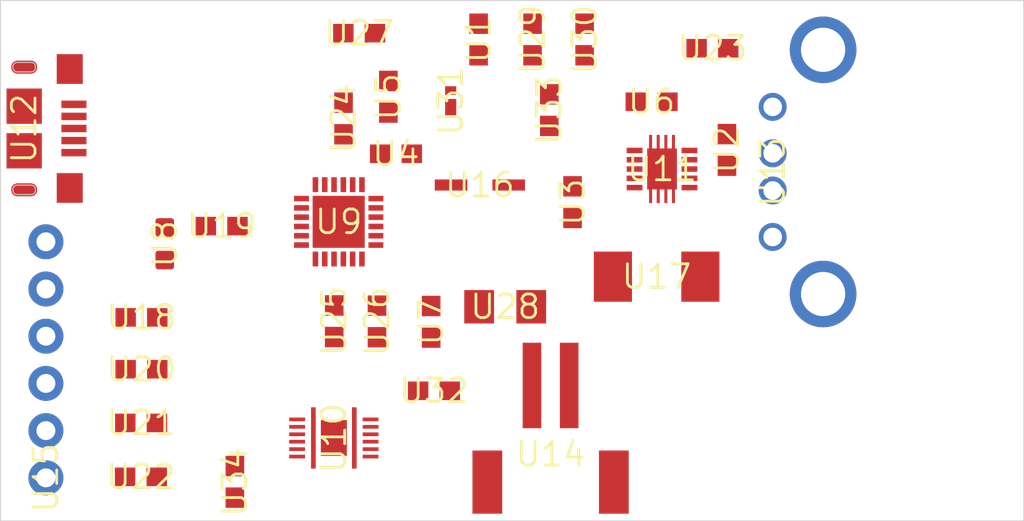
<source format=kicad_pcb>
(kicad_pcb (version 20171130) (host pcbnew "(5.1.4-0-10_14)")

  (general
    (thickness 1.6)
    (drawings 4)
    (tracks 0)
    (zones 0)
    (modules 34)
    (nets 39)
  )

  (page A4)
  (layers
    (0 Top signal)
    (31 Bottom signal)
    (32 B.Adhes user)
    (33 F.Adhes user)
    (34 B.Paste user)
    (35 F.Paste user)
    (36 B.SilkS user)
    (37 F.SilkS user)
    (38 B.Mask user)
    (39 F.Mask user)
    (40 Dwgs.User user)
    (41 Cmts.User user)
    (42 Eco1.User user)
    (43 Eco2.User user)
    (44 Edge.Cuts user)
    (45 Margin user)
    (46 B.CrtYd user)
    (47 F.CrtYd user)
    (48 B.Fab user)
    (49 F.Fab user)
  )

  (setup
    (last_trace_width 0.2)
    (trace_clearance 0.127)
    (zone_clearance 0.508)
    (zone_45_only no)
    (trace_min 0.1524)
    (via_size 0.6)
    (via_drill 0.254)
    (via_min_size 0.4)
    (via_min_drill 0.254)
    (uvia_size 0.3)
    (uvia_drill 0.1)
    (uvias_allowed yes)
    (uvia_min_size 0.2)
    (uvia_min_drill 0.1)
    (edge_width 0.05)
    (segment_width 0.2)
    (pcb_text_width 0.3)
    (pcb_text_size 1.5 1.5)
    (mod_edge_width 0.12)
    (mod_text_size 1 1)
    (mod_text_width 0.15)
    (pad_size 1.524 1.524)
    (pad_drill 0.762)
    (pad_to_mask_clearance 0.051)
    (solder_mask_min_width 0.25)
    (aux_axis_origin 0 0)
    (visible_elements 7FFFFFFF)
    (pcbplotparams
      (layerselection 0x010fc_ffffffff)
      (usegerberextensions false)
      (usegerberattributes false)
      (usegerberadvancedattributes false)
      (creategerberjobfile false)
      (excludeedgelayer true)
      (linewidth 0.100000)
      (plotframeref false)
      (viasonmask false)
      (mode 1)
      (useauxorigin false)
      (hpglpennumber 1)
      (hpglpenspeed 20)
      (hpglpendiameter 15.000000)
      (psnegative false)
      (psa4output false)
      (plotreference true)
      (plotvalue true)
      (plotinvisibletext false)
      (padsonsilk false)
      (subtractmaskfromsilk false)
      (outputformat 1)
      (mirror false)
      (drillshape 1)
      (scaleselection 1)
      (outputdirectory ""))
  )

  (net 0 "")
  (net 1 GND)
  (net 2 3.3V)
  (net 3 5V)
  (net 4 "Net-(IC1-Pad24)")
  (net 5 "Net-(C4-Pad1)")
  (net 6 /REG)
  (net 7 "Net-(C3-Pad2)")
  (net 8 "Net-(C3-Pad1)")
  (net 9 /VBAT_MAIN)
  (net 10 /VBAT_CELL)
  (net 11 "Net-(IC1-Pad12)")
  (net 12 "Net-(IC1-Pad11)")
  (net 13 "Net-(IC1-Pad10)")
  (net 14 "Net-(IC1-Pad9)")
  (net 15 /CHG_INT)
  (net 16 /SDA)
  (net 17 /SCL)
  (net 18 "Net-(IC1-Pad4)")
  (net 19 "Net-(IC1-Pad3)")
  (net 20 "Net-(IC1-Pad2)")
  (net 21 "Net-(IC1-Pad1)")
  (net 22 /FUEL_INT)
  (net 23 "Net-(IC2-Pad11)")
  (net 24 "Net-(IC2-Pad10)")
  (net 25 "Net-(IC2-Pad9)")
  (net 26 "Net-(IC2-Pad6)")
  (net 27 "Net-(C10-Pad1)")
  (net 28 "Net-(IC2-Pad4)")
  (net 29 "Net-(J1-PadID)")
  (net 30 "Net-(J2-Pad3)")
  (net 31 "Net-(J2-Pad2)")
  (net 32 "Net-(J3-PadNC2)")
  (net 33 "Net-(J3-PadNC1)")
  (net 34 "Net-(D2-PadC)")
  (net 35 "Net-(IC3-Pad8)")
  (net 36 "Net-(C7-Pad1)")
  (net 37 "Net-(IC3-Pad5)")
  (net 38 "Net-(IC3-Pad1)")

  (net_class Default "This is the default net class."
    (clearance 0.127)
    (trace_width 0.2)
    (via_dia 0.6)
    (via_drill 0.254)
    (uvia_dia 0.3)
    (uvia_drill 0.1)
    (add_net /CHG_INT)
    (add_net /FUEL_INT)
    (add_net /REG)
    (add_net /SCL)
    (add_net /SDA)
    (add_net 3.3V)
    (add_net GND)
    (add_net "Net-(C10-Pad1)")
    (add_net "Net-(C3-Pad1)")
    (add_net "Net-(C3-Pad2)")
    (add_net "Net-(C4-Pad1)")
    (add_net "Net-(C7-Pad1)")
    (add_net "Net-(D2-PadC)")
    (add_net "Net-(IC1-Pad10)")
    (add_net "Net-(IC1-Pad11)")
    (add_net "Net-(IC1-Pad12)")
    (add_net "Net-(IC1-Pad2)")
    (add_net "Net-(IC1-Pad24)")
    (add_net "Net-(IC1-Pad3)")
    (add_net "Net-(IC1-Pad4)")
    (add_net "Net-(IC1-Pad9)")
    (add_net "Net-(IC2-Pad10)")
    (add_net "Net-(IC2-Pad11)")
    (add_net "Net-(IC2-Pad4)")
    (add_net "Net-(IC2-Pad9)")
    (add_net "Net-(IC3-Pad5)")
    (add_net "Net-(IC3-Pad8)")
    (add_net "Net-(J1-PadID)")
    (add_net "Net-(J2-Pad2)")
    (add_net "Net-(J2-Pad3)")
    (add_net "Net-(J3-PadNC1)")
    (add_net "Net-(J3-PadNC2)")
  )

  (net_class Power ""
    (clearance 0.127)
    (trace_width 0.3048)
    (via_dia 0.6)
    (via_drill 0.254)
    (uvia_dia 0.3)
    (uvia_drill 0.1)
    (add_net /VBAT_CELL)
    (add_net /VBAT_MAIN)
    (add_net 5V)
    (add_net "Net-(IC1-Pad1)")
    (add_net "Net-(IC2-Pad6)")
    (add_net "Net-(IC3-Pad1)")
  )

  (module batteryCharger:JST-2-SMD locked (layer Top) (tedit 5DCE038C) (tstamp 5DC8CB2B)
    (at 150.5712 114.1476 180)
    (descr "<h3>JST-Right Angle Male Header SMT</h3>\n<p>Specifications:\n<ul><li>Pin count: 2</li>\n<li>Pin pitch: 2mm</li>\n</ul></p>\n<p><a href=”http://www.4uconnector.com/online/object/4udrawing/20404.pdf”>Datasheet referenced for footprint</a></p>\n<p>Example device(s):\n<ul><li>CONN_02</li>\n<li>JST_2MM_MALE</li>\n</ul></p>")
    (path /B665FDA9)
    (fp_text reference U14 (at 0 -1.27 180) (layer F.SilkS)
      (effects (font (size 1.27 1.27) (thickness 0.15)))
    )
    (fp_text value "" (at 0 -1.27 180) (layer F.SilkS)
      (effects (font (size 1.27 1.27) (thickness 0.15)))
    )
    (fp_poly (pts (xy -4.5 -4.37) (xy 4.4 -4.37) (xy 4.4 3.33) (xy -4.5 3.33)) (layer F.CrtYd) (width 0.1))
    (pad NC2 smd rect (at 3.4 -2.77 270) (size 3.4 1.6) (layers Top F.Paste F.Mask)
      (net 32 "Net-(J3-PadNC2)") (solder_mask_margin 0.0635))
    (pad NC1 smd rect (at -3.4 -2.77 270) (size 3.4 1.6) (layers Top F.Paste F.Mask)
      (net 33 "Net-(J3-PadNC1)") (solder_mask_margin 0.0635))
    (pad 2 smd rect (at 1 2.43 180) (size 1 4.6) (layers Top F.Paste F.Mask)
      (net 26 "Net-(IC2-Pad6)") (solder_mask_margin 0.0635))
    (pad 1 smd rect (at -1 2.43 180) (size 1 4.6) (layers Top F.Paste F.Mask)
      (net 1 GND) (solder_mask_margin 0.0635))
  )

  (module batteryCharger:UE27AC54100 locked (layer Top) (tedit 5DCE0580) (tstamp 5DC8CB18)
    (at 168.8592 100.2284 90)
    (descr "<b>UE27AC54100</b><br>\n")
    (path /C3E76336)
    (fp_text reference U13 (at 0 -6.35 90) (layer F.SilkS)
      (effects (font (size 1.27 1.27) (thickness 0.15)))
    )
    (fp_text value "" (at 0 -6.35 90) (layer F.SilkS)
      (effects (font (size 1.27 1.27) (thickness 0.15)))
    )
    (fp_poly (pts (xy -6.6 -7.25) (xy 6.6 -7.25) (xy 6.6 6.75) (xy -6.6 6.75)
      (xy -6.6 -7.15)) (layer F.CrtYd) (width 0.1))
    (pad 6 thru_hole circle (at 6.57 -3.64 90) (size 3.58 3.58) (drill 2.38) (layers *.Cu *.Mask)
      (net 1 GND) (solder_mask_margin 0.0635))
    (pad 5 thru_hole circle (at -6.57 -3.64 90) (size 3.58 3.58) (drill 2.38) (layers *.Cu *.Mask)
      (net 1 GND) (solder_mask_margin 0.0635))
    (pad 4 thru_hole circle (at 3.5 -6.35 90) (size 1.5 1.5) (drill 1) (layers *.Cu *.Mask)
      (net 1 GND) (solder_mask_margin 0.0635))
    (pad 3 thru_hole circle (at 1 -6.35 90) (size 1.5 1.5) (drill 1) (layers *.Cu *.Mask)
      (net 30 "Net-(J2-Pad3)") (solder_mask_margin 0.0635))
    (pad 2 thru_hole circle (at -1 -6.35 90) (size 1.5 1.5) (drill 1) (layers *.Cu *.Mask)
      (net 31 "Net-(J2-Pad2)") (solder_mask_margin 0.0635))
    (pad 1 thru_hole circle (at -3.5 -6.35 90) (size 1.5 1.5) (drill 1) (layers *.Cu *.Mask)
      (net 3 5V) (solder_mask_margin 0.0635))
  )

  (module batteryCharger:1X06 locked (layer Top) (tedit 5DCDF9C7) (tstamp 5DC8CB3B)
    (at 123.444 110.3376 90)
    (descr "<h3>Plated Through Hole - 6 Pin</h3>\n<p>Specifications:\n<ul><li>Pin count:6</li>\n<li>Pin pitch:0.1\"</li>\n</ul></p>\n<p>Example device(s):\n<ul><li>CONN_06</li>\n</ul></p>")
    (path /FA7CA15B)
    (fp_text reference U15 (at -6.35 0 90) (layer F.SilkS)
      (effects (font (size 1.27 1.27) (thickness 0.15)))
    )
    (fp_text value "" (at -6.35 0 90) (layer F.SilkS)
      (effects (font (size 1.27 1.27) (thickness 0.15)))
    )
    (fp_poly (pts (xy -7.35 -1) (xy 7.4 -1) (xy 7.4 1) (xy -7.35 1)) (layer F.CrtYd) (width 0.1))
    (fp_poly (pts (xy -7.35 -1) (xy 7.4 -1) (xy 7.4 1) (xy -7.35 1)) (layer B.CrtYd) (width 0.1))
    (pad 6 thru_hole circle (at 6.35 0 180) (size 1.8796 1.8796) (drill 1.016) (layers *.Cu *.Mask)
      (net 1 GND) (solder_mask_margin 0.0635))
    (pad 5 thru_hole circle (at 3.81 0 180) (size 1.8796 1.8796) (drill 1.016) (layers *.Cu *.Mask)
      (net 2 3.3V) (solder_mask_margin 0.0635))
    (pad 4 thru_hole circle (at 1.27 0 180) (size 1.8796 1.8796) (drill 1.016) (layers *.Cu *.Mask)
      (net 17 /SCL) (solder_mask_margin 0.0635))
    (pad 3 thru_hole circle (at -1.27 0 180) (size 1.8796 1.8796) (drill 1.016) (layers *.Cu *.Mask)
      (net 16 /SDA) (solder_mask_margin 0.0635))
    (pad 2 thru_hole circle (at -3.81 0 180) (size 1.8796 1.8796) (drill 1.016) (layers *.Cu *.Mask)
      (net 15 /CHG_INT) (solder_mask_margin 0.0635))
    (pad 1 thru_hole circle (at -6.35 0 180) (size 1.8796 1.8796) (drill 1.016) (layers *.Cu *.Mask)
      (net 22 /FUEL_INT) (solder_mask_margin 0.0635))
  )

  (module batteryCharger:10118193-0001LF locked (layer Top) (tedit 5DCDFC4E) (tstamp 5DC8CAF9)
    (at 123.5456 97.8916 270)
    (path /449C7C68)
    (fp_text reference U12 (at 0 1.27 270) (layer F.SilkS)
      (effects (font (size 1.27 1.27) (thickness 0.15)))
    )
    (fp_text value "" (at 0 1.27 270) (layer F.SilkS)
      (effects (font (size 1.27 1.27) (thickness 0.15)))
    )
    (fp_poly (pts (xy -4.25 -2.23) (xy 4.25 -2.23) (xy 4.25 2.27) (xy -4.25 2.27)) (layer F.CrtYd) (width 0.1))
    (fp_poly (pts (xy 2.9 0.87) (xy 2.9 1.72) (xy 2.945776 1.850133) (xy 3.037868 1.952843)
      (xy 3.3 2.02) (xy 3.445409 2.001022) (xy 3.572487 1.927843) (xy 3.7 1.67)
      (xy 3.7 0.82) (xy 3.654224 0.689867) (xy 3.562132 0.587157) (xy 3.3 0.52)
      (xy 3.154591 0.538978) (xy 3.027513 0.612157)) (layer F.Mask) (width 0))
    (fp_poly (pts (xy -3.7 0.82) (xy -3.7 1.67) (xy -3.661888 1.811603) (xy -3.572487 1.927843)
      (xy -3.3 2.02) (xy -3.162255 2.012492) (xy -3.037868 1.952843) (xy -2.945776 1.850133)
      (xy -2.9 1.72) (xy -2.9 0.87) (xy -2.938112 0.728397) (xy -3.027513 0.612157)
      (xy -3.3 0.52) (xy -3.437745 0.527508) (xy -3.562132 0.587157)) (layer F.Mask) (width 0))
    (fp_poly (pts (xy 2.95 0.87) (xy 2.95 1.67) (xy 3.006042 1.829151) (xy 3.134151 1.938958)
      (xy 3.3 1.97) (xy 3.465849 1.938958) (xy 3.593958 1.829151) (xy 3.65 1.67)
      (xy 3.65 0.87) (xy 3.593958 0.710849) (xy 3.465849 0.601042) (xy 3.3 0.57)
      (xy 3.134151 0.601042) (xy 3.006042 0.710849)) (layer F.Paste) (width 0))
    (fp_poly (pts (xy -3.65 0.87) (xy -3.65 1.67) (xy -3.593958 1.829151) (xy -3.465849 1.938958)
      (xy -3.3 1.97) (xy -3.134151 1.938958) (xy -3.006042 1.829151) (xy -2.95 1.67)
      (xy -2.95 0.87) (xy -3.006042 0.710849) (xy -3.134151 0.601042) (xy -3.3 0.57)
      (xy -3.465849 0.601042) (xy -3.593958 0.710849)) (layer F.Paste) (width 0))
    (fp_arc (start 3.275 0.895) (end 3.05 0.87) (angle 90) (layer Edge.Cuts) (width 0.05))
    (fp_line (start 3.05 1.67) (end 3.05 0.87) (layer Edge.Cuts) (width 0.05))
    (fp_arc (start 3.275 1.645) (end 3.3 1.87) (angle 90) (layer Edge.Cuts) (width 0.05))
    (fp_arc (start 3.325 1.645) (end 3.55 1.67) (angle 90) (layer Edge.Cuts) (width 0.05))
    (fp_line (start 3.55 0.87) (end 3.55 1.67) (layer Edge.Cuts) (width 0.05))
    (fp_arc (start 3.325 0.895) (end 3.3 0.67) (angle 90) (layer Edge.Cuts) (width 0.05))
    (fp_poly (pts (xy 2.95 0.87) (xy 2.95 1.67) (xy 3.006042 1.829151) (xy 3.134151 1.938958)
      (xy 3.3 1.97) (xy 3.465849 1.938958) (xy 3.593958 1.829151) (xy 3.65 1.67)
      (xy 3.65 0.87) (xy 3.593958 0.710849) (xy 3.465849 0.601042) (xy 3.3 0.57)
      (xy 3.134151 0.601042) (xy 3.006042 0.710849)) (layer Top) (width 0))
    (fp_arc (start -3.325 0.895) (end -3.55 0.87) (angle 90) (layer Edge.Cuts) (width 0.05))
    (fp_line (start -3.55 1.67) (end -3.55 0.87) (layer Edge.Cuts) (width 0.05))
    (fp_arc (start -3.325 1.645) (end -3.3 1.87) (angle 90) (layer Edge.Cuts) (width 0.05))
    (fp_arc (start -3.275 1.645) (end -3.05 1.67) (angle 90) (layer Edge.Cuts) (width 0.05))
    (fp_line (start -3.05 0.87) (end -3.05 1.67) (layer Edge.Cuts) (width 0.05))
    (fp_arc (start -3.275 0.895) (end -3.3 0.67) (angle 90) (layer Edge.Cuts) (width 0.05))
    (fp_poly (pts (xy -3.65 0.87) (xy -3.65 1.67) (xy -3.593958 1.829151) (xy -3.465849 1.938958)
      (xy -3.3 1.97) (xy -3.134151 1.938958) (xy -3.006042 1.829151) (xy -2.95 1.67)
      (xy -2.95 0.87) (xy -3.006042 0.710849) (xy -3.134151 0.601042) (xy -3.3 0.57)
      (xy -3.465849 0.601042) (xy -3.593958 0.710849)) (layer Top) (width 0))
    (pad SHIELD$4 smd rect (at 1.2 1.27 270) (size 1.9 1.9) (layers Top F.Paste F.Mask)
      (net 1 GND) (solder_mask_margin 0.0635))
    (pad SHIELD$3 smd rect (at -1.2 1.27 270) (size 1.9 1.9) (layers Top F.Paste F.Mask)
      (net 1 GND) (solder_mask_margin 0.0635))
    (pad GND smd rect (at 1.3 -1.405 270) (size 0.4 1.35) (layers Top F.Paste F.Mask)
      (net 1 GND) (solder_mask_margin 0.0635))
    (pad VCC smd rect (at -1.3 -1.405 270) (size 0.4 1.35) (layers Top F.Paste F.Mask)
      (net 21 "Net-(IC1-Pad1)") (solder_mask_margin 0.0635))
    (pad D- smd rect (at -0.65 -1.405 270) (size 0.4 1.35) (layers Top F.Paste F.Mask)
      (net 19 "Net-(IC1-Pad3)") (solder_mask_margin 0.0635))
    (pad ID smd rect (at 0.65 -1.405 270) (size 0.4 1.35) (layers Top F.Paste F.Mask)
      (net 29 "Net-(J1-PadID)") (solder_mask_margin 0.0635))
    (pad D+ smd rect (at 0 -1.405 270) (size 0.4 1.35) (layers Top F.Paste F.Mask)
      (net 20 "Net-(IC1-Pad2)") (solder_mask_margin 0.0635))
    (pad SHIELD$2 smd rect (at 3.2 -1.18 270) (size 1.6 1.4) (layers Top F.Paste F.Mask)
      (net 1 GND) (solder_mask_margin 0.0635))
    (pad SHIELD$1 smd rect (at -3.2 -1.18 270) (size 1.6 1.4) (layers Top F.Paste F.Mask)
      (net 1 GND) (solder_mask_margin 0.0635))
  )

  (module batteryCharger:0603 (layer Top) (tedit 5DCDFB95) (tstamp 5DC8CC28)
    (at 146.7011 93.1036 90)
    (descr "<p><b>Generic 1608 (0603) package</b></p>\n<p>0.2mm courtyard excess rounded to nearest 0.05mm.</p>")
    (path /831A5F64)
    (fp_text reference U1 (at 0 0 90) (layer F.SilkS)
      (effects (font (size 1.27 1.27) (thickness 0.15)))
    )
    (fp_text value "" (at 0 0 90) (layer F.SilkS)
      (effects (font (size 1.27 1.27) (thickness 0.15)))
    )
    (fp_poly (pts (xy -1.6 -0.7) (xy 1.6 -0.7) (xy 1.6 0.7) (xy -1.6 0.7)) (layer F.CrtYd) (width 0.1))
    (pad 2 smd rect (at 0.85 0 90) (size 1.1 1) (layers Top F.Paste F.Mask)
      (net 1 GND) (solder_mask_margin 0.0635))
    (pad 1 smd rect (at -0.85 0 90) (size 1.1 1) (layers Top F.Paste F.Mask)
      (net 5 "Net-(C4-Pad1)") (solder_mask_margin 0.0635))
  )

  (module batteryCharger:0603 (layer Top) (tedit 5DCDFB95) (tstamp 5DC8CA29)
    (at 160.0511 99.0436 90)
    (descr "<p><b>Generic 1608 (0603) package</b></p>\n<p>0.2mm courtyard excess rounded to nearest 0.05mm.</p>")
    (path /2CB5EB77)
    (fp_text reference U2 (at 0 0 90) (layer F.SilkS)
      (effects (font (size 1.27 1.27) (thickness 0.15)))
    )
    (fp_text value "" (at 0 0 90) (layer F.SilkS)
      (effects (font (size 1.27 1.27) (thickness 0.15)))
    )
    (fp_poly (pts (xy -1.6 -0.7) (xy 1.6 -0.7) (xy 1.6 0.7) (xy -1.6 0.7)) (layer F.CrtYd) (width 0.1))
    (pad 2 smd rect (at 0.85 0 90) (size 1.1 1) (layers Top F.Paste F.Mask)
      (net 1 GND) (solder_mask_margin 0.0635))
    (pad 1 smd rect (at -0.85 0 90) (size 1.1 1) (layers Top F.Paste F.Mask)
      (net 3 5V) (solder_mask_margin 0.0635))
  )

  (module batteryCharger:0603 (layer Top) (tedit 5DCDFB95) (tstamp 5DC8CA37)
    (at 151.7511 101.8536 270)
    (descr "<p><b>Generic 1608 (0603) package</b></p>\n<p>0.2mm courtyard excess rounded to nearest 0.05mm.</p>")
    (path /483159C7)
    (fp_text reference U3 (at 0 0 270) (layer F.SilkS)
      (effects (font (size 1.27 1.27) (thickness 0.15)))
    )
    (fp_text value "" (at 0 0 270) (layer F.SilkS)
      (effects (font (size 1.27 1.27) (thickness 0.15)))
    )
    (fp_poly (pts (xy -1.6 -0.7) (xy 1.6 -0.7) (xy 1.6 0.7) (xy -1.6 0.7)) (layer F.CrtYd) (width 0.1))
    (pad 2 smd rect (at 0.85 0 270) (size 1.1 1) (layers Top F.Paste F.Mask)
      (net 1 GND) (solder_mask_margin 0.0635))
    (pad 1 smd rect (at -0.85 0 270) (size 1.1 1) (layers Top F.Paste F.Mask)
      (net 9 /VBAT_MAIN) (solder_mask_margin 0.0635))
  )

  (module batteryCharger:0603 (layer Top) (tedit 5DCDFB95) (tstamp 5DC8CA45)
    (at 142.2611 99.2536 180)
    (descr "<p><b>Generic 1608 (0603) package</b></p>\n<p>0.2mm courtyard excess rounded to nearest 0.05mm.</p>")
    (path /24FC589D)
    (fp_text reference U4 (at 0 0 180) (layer F.SilkS)
      (effects (font (size 1.27 1.27) (thickness 0.15)))
    )
    (fp_text value "" (at 0 0 180) (layer F.SilkS)
      (effects (font (size 1.27 1.27) (thickness 0.15)))
    )
    (fp_poly (pts (xy -1.6 -0.7) (xy 1.6 -0.7) (xy 1.6 0.7) (xy -1.6 0.7)) (layer F.CrtYd) (width 0.1))
    (pad 2 smd rect (at 0.85 0 180) (size 1.1 1) (layers Top F.Paste F.Mask)
      (net 7 "Net-(C3-Pad2)") (solder_mask_margin 0.0635))
    (pad 1 smd rect (at -0.85 0 180) (size 1.1 1) (layers Top F.Paste F.Mask)
      (net 8 "Net-(C3-Pad1)") (solder_mask_margin 0.0635))
  )

  (module batteryCharger:0603 (layer Top) (tedit 5DCDFB95) (tstamp 5DC8CA53)
    (at 141.8511 96.1836 90)
    (descr "<p><b>Generic 1608 (0603) package</b></p>\n<p>0.2mm courtyard excess rounded to nearest 0.05mm.</p>")
    (path /DAF477DA)
    (fp_text reference U5 (at 0 0 90) (layer F.SilkS)
      (effects (font (size 1.27 1.27) (thickness 0.15)))
    )
    (fp_text value "" (at 0 0 90) (layer F.SilkS)
      (effects (font (size 1.27 1.27) (thickness 0.15)))
    )
    (fp_poly (pts (xy -1.6 -0.7) (xy 1.6 -0.7) (xy 1.6 0.7) (xy -1.6 0.7)) (layer F.CrtYd) (width 0.1))
    (pad 2 smd rect (at 0.85 0 90) (size 1.1 1) (layers Top F.Paste F.Mask)
      (net 1 GND) (solder_mask_margin 0.0635))
    (pad 1 smd rect (at -0.85 0 90) (size 1.1 1) (layers Top F.Paste F.Mask)
      (net 6 /REG) (solder_mask_margin 0.0635))
  )

  (module batteryCharger:0603 (layer Top) (tedit 5DCDFB95) (tstamp 5DC8CA61)
    (at 156.0011 96.4536)
    (descr "<p><b>Generic 1608 (0603) package</b></p>\n<p>0.2mm courtyard excess rounded to nearest 0.05mm.</p>")
    (path /2435BEF6)
    (fp_text reference U6 (at 0 0) (layer F.SilkS)
      (effects (font (size 1.27 1.27) (thickness 0.15)))
    )
    (fp_text value "" (at 0 0) (layer F.SilkS)
      (effects (font (size 1.27 1.27) (thickness 0.15)))
    )
    (fp_poly (pts (xy -1.6 -0.7) (xy 1.6 -0.7) (xy 1.6 0.7) (xy -1.6 0.7)) (layer F.CrtYd) (width 0.1))
    (pad 2 smd rect (at 0.85 0) (size 1.1 1) (layers Top F.Paste F.Mask)
      (net 1 GND) (solder_mask_margin 0.0635))
    (pad 1 smd rect (at -0.85 0) (size 1.1 1) (layers Top F.Paste F.Mask)
      (net 36 "Net-(C7-Pad1)") (solder_mask_margin 0.0635))
  )

  (module batteryCharger:0603 (layer Top) (tedit 5DCDFB95) (tstamp 5DC8CA6F)
    (at 144.1511 108.2936 270)
    (descr "<p><b>Generic 1608 (0603) package</b></p>\n<p>0.2mm courtyard excess rounded to nearest 0.05mm.</p>")
    (path /EC6A4D83)
    (fp_text reference U7 (at 0 0 270) (layer F.SilkS)
      (effects (font (size 1.27 1.27) (thickness 0.15)))
    )
    (fp_text value "" (at 0 0 270) (layer F.SilkS)
      (effects (font (size 1.27 1.27) (thickness 0.15)))
    )
    (fp_poly (pts (xy -1.6 -0.7) (xy 1.6 -0.7) (xy 1.6 0.7) (xy -1.6 0.7)) (layer F.CrtYd) (width 0.1))
    (pad 2 smd rect (at 0.85 0 270) (size 1.1 1) (layers Top F.Paste F.Mask)
      (net 1 GND) (solder_mask_margin 0.0635))
    (pad 1 smd rect (at -0.85 0 270) (size 1.1 1) (layers Top F.Paste F.Mask)
      (net 10 /VBAT_CELL) (solder_mask_margin 0.0635))
  )

  (module batteryCharger:LED-0603 (layer Top) (tedit 5DCE041B) (tstamp 5DC8CA7D)
    (at 129.8311 104.0936 90)
    (descr "<B>LED 0603 SMT</B><p>\n0603, surface mount.\n<p>Specifications:\n<ul><li>Pin count: 2</li>\n<li>Pin pitch:0.075inch </li>\n<li>Area: 0.06\" x 0.03\"</li>\n</ul></p>\n<p>Example device(s):\n<ul><li>LED - BLUE</li>")
    (path /8583A422)
    (fp_text reference U8 (at 0 0 90) (layer F.SilkS)
      (effects (font (size 1.27 1.27) (thickness 0.15)))
    )
    (fp_text value "" (at 0 0 90) (layer F.SilkS)
      (effects (font (size 1.27 1.27) (thickness 0.15)))
    )
    (fp_poly (pts (xy -1.5 -0.6) (xy 1.5 -0.6) (xy 1.5 0.6) (xy -1.5 0.6)) (layer F.CrtYd) (width 0.1))
    (pad A smd roundrect (at -0.877 0) (size 1 1) (layers Top F.Paste F.Mask) (roundrect_rratio 0.15)
      (net 9 /VBAT_MAIN) (solder_mask_margin 0.0635))
    (pad C smd roundrect (at 0.877 0) (size 1 1) (layers Top F.Paste F.Mask) (roundrect_rratio 0.15)
      (net 34 "Net-(D2-PadC)") (solder_mask_margin 0.0635))
  )

  (module batteryCharger:QFN50P400X400X100-25N (layer Top) (tedit 5DCE0483) (tstamp 5DC8CA87)
    (at 139.1811 102.9136)
    (descr "<b>RGE (S-PVQFN-N24)_2</b><br>\n")
    (path /22F7723E)
    (fp_text reference U9 (at 0 0) (layer F.SilkS)
      (effects (font (size 1.27 1.27) (thickness 0.15)))
    )
    (fp_text value "" (at 0 0) (layer F.SilkS)
      (effects (font (size 1.27 1.27) (thickness 0.15)))
    )
    (fp_poly (pts (xy -2.6 -2.5) (xy 2.6 -2.5) (xy 2.6 2.5) (xy -2.6 2.5)) (layer F.CrtYd) (width 0.1))
    (pad 25 smd rect (at 0 0 90) (size 2.8 2.8) (layers Top F.Paste F.Mask)
      (net 1 GND) (solder_mask_margin 0.0635))
    (pad 24 smd rect (at -1.25 -2 90) (size 0.8 0.3) (layers Top F.Paste F.Mask)
      (net 4 "Net-(IC1-Pad24)") (solder_mask_margin 0.0635))
    (pad 23 smd rect (at -0.75 -2 90) (size 0.8 0.3) (layers Top F.Paste F.Mask)
      (net 5 "Net-(C4-Pad1)") (solder_mask_margin 0.0635))
    (pad 22 smd rect (at -0.25 -2 90) (size 0.8 0.3) (layers Top F.Paste F.Mask)
      (net 6 /REG) (solder_mask_margin 0.0635))
    (pad 21 smd rect (at 0.25 -2 90) (size 0.8 0.3) (layers Top F.Paste F.Mask)
      (net 7 "Net-(C3-Pad2)") (solder_mask_margin 0.0635))
    (pad 20 smd rect (at 0.75 -2 90) (size 0.8 0.3) (layers Top F.Paste F.Mask)
      (net 8 "Net-(C3-Pad1)") (solder_mask_margin 0.0635))
    (pad 19 smd rect (at 1.25 -2 90) (size 0.8 0.3) (layers Top F.Paste F.Mask)
      (net 8 "Net-(C3-Pad1)") (solder_mask_margin 0.0635))
    (pad 18 smd rect (at 2 -1.25) (size 0.8 0.3) (layers Top F.Paste F.Mask)
      (net 1 GND) (solder_mask_margin 0.0635))
    (pad 17 smd rect (at 2 -0.75) (size 0.8 0.3) (layers Top F.Paste F.Mask)
      (net 1 GND) (solder_mask_margin 0.0635))
    (pad 16 smd rect (at 2 -0.25) (size 0.8 0.3) (layers Top F.Paste F.Mask)
      (net 9 /VBAT_MAIN) (solder_mask_margin 0.0635))
    (pad 15 smd rect (at 2 0.25) (size 0.8 0.3) (layers Top F.Paste F.Mask)
      (net 9 /VBAT_MAIN) (solder_mask_margin 0.0635))
    (pad 14 smd rect (at 2 0.75) (size 0.8 0.3) (layers Top F.Paste F.Mask)
      (net 10 /VBAT_CELL) (solder_mask_margin 0.0635))
    (pad 13 smd rect (at 2 1.25) (size 0.8 0.3) (layers Top F.Paste F.Mask)
      (net 10 /VBAT_CELL) (solder_mask_margin 0.0635))
    (pad 12 smd rect (at 1.25 2 90) (size 0.8 0.3) (layers Top F.Paste F.Mask)
      (net 11 "Net-(IC1-Pad12)") (solder_mask_margin 0.0635))
    (pad 11 smd rect (at 0.75 2 90) (size 0.8 0.3) (layers Top F.Paste F.Mask)
      (net 12 "Net-(IC1-Pad11)") (solder_mask_margin 0.0635))
    (pad 10 smd rect (at 0.25 2 90) (size 0.8 0.3) (layers Top F.Paste F.Mask)
      (net 13 "Net-(IC1-Pad10)") (solder_mask_margin 0.0635))
    (pad 9 smd rect (at -0.25 2 90) (size 0.8 0.3) (layers Top F.Paste F.Mask)
      (net 14 "Net-(IC1-Pad9)") (solder_mask_margin 0.0635))
    (pad 8 smd rect (at -0.75 2 90) (size 0.8 0.3) (layers Top F.Paste F.Mask)
      (net 9 /VBAT_MAIN) (solder_mask_margin 0.0635))
    (pad 7 smd rect (at -1.25 2 90) (size 0.8 0.3) (layers Top F.Paste F.Mask)
      (net 15 /CHG_INT) (solder_mask_margin 0.0635))
    (pad 6 smd rect (at -2 1.25) (size 0.8 0.3) (layers Top F.Paste F.Mask)
      (net 16 /SDA) (solder_mask_margin 0.0635))
    (pad 5 smd rect (at -2 0.75) (size 0.8 0.3) (layers Top F.Paste F.Mask)
      (net 17 /SCL) (solder_mask_margin 0.0635))
    (pad 4 smd rect (at -2 0.25) (size 0.8 0.3) (layers Top F.Paste F.Mask)
      (net 18 "Net-(IC1-Pad4)") (solder_mask_margin 0.0635))
    (pad 3 smd rect (at -2 -0.25) (size 0.8 0.3) (layers Top F.Paste F.Mask)
      (net 19 "Net-(IC1-Pad3)") (solder_mask_margin 0.0635))
    (pad 2 smd rect (at -2 -0.75) (size 0.8 0.3) (layers Top F.Paste F.Mask)
      (net 20 "Net-(IC1-Pad2)") (solder_mask_margin 0.0635))
    (pad 1 smd rect (at -2 -1.25) (size 0.8 0.3) (layers Top F.Paste F.Mask)
      (net 21 "Net-(IC1-Pad1)") (solder_mask_margin 0.0635))
  )

  (module batteryCharger:BQ27441DRZRG1A (layer Top) (tedit 5DCDFC87) (tstamp 5DC8CAAD)
    (at 138.9211 114.5436 270)
    (descr "<b>DRZ (S-PDSO-N12)</b><br>\n")
    (path /BC34DC86)
    (fp_text reference U10 (at 0 0 270) (layer F.SilkS)
      (effects (font (size 1.27 1.27) (thickness 0.15)))
    )
    (fp_text value "" (at 0 0 270) (layer F.SilkS)
      (effects (font (size 1.27 1.27) (thickness 0.15)))
    )
    (fp_poly (pts (xy -1.75 -2.5) (xy 1.75 -2.5) (xy 1.75 2.5) (xy -1.75 2.5)) (layer F.CrtYd) (width 0.1))
    (pad 15 smd rect (at 0 1.1 270) (size 3.3 0.25) (layers Top F.Paste F.Mask)
      (solder_mask_margin 0.0635))
    (pad 14 smd rect (at 0 -1.1 270) (size 3.3 0.25) (layers Top F.Paste F.Mask)
      (solder_mask_margin 0.0635))
    (pad 13 smd custom (at 0 0) (size 1.397 1.9304) (layers Top F.Paste F.Mask)
      (net 1 GND) (solder_mask_margin 0.0635) (zone_connect 0)
      (options (clearance outline) (anchor rect))
      (primitives
      ))
    (pad 12 smd rect (at -1 -1.975) (size 0.85 0.2) (layers Top F.Paste F.Mask)
      (net 22 /FUEL_INT) (solder_mask_margin 0.0635))
    (pad 11 smd rect (at -0.6 -1.975) (size 0.85 0.2) (layers Top F.Paste F.Mask)
      (net 23 "Net-(IC2-Pad11)") (solder_mask_margin 0.0635))
    (pad 10 smd rect (at -0.2 -1.975) (size 0.85 0.2) (layers Top F.Paste F.Mask)
      (net 24 "Net-(IC2-Pad10)") (solder_mask_margin 0.0635))
    (pad 9 smd rect (at 0.2 -1.975) (size 0.85 0.2) (layers Top F.Paste F.Mask)
      (net 25 "Net-(IC2-Pad9)") (solder_mask_margin 0.0635))
    (pad 8 smd rect (at 0.6 -1.975) (size 0.85 0.2) (layers Top F.Paste F.Mask)
      (net 26 "Net-(IC2-Pad6)") (solder_mask_margin 0.0635))
    (pad 7 smd rect (at 1 -1.975) (size 0.85 0.2) (layers Top F.Paste F.Mask)
      (net 10 /VBAT_CELL) (solder_mask_margin 0.0635))
    (pad 6 smd rect (at 1 1.975) (size 0.85 0.2) (layers Top F.Paste F.Mask)
      (net 26 "Net-(IC2-Pad6)") (solder_mask_margin 0.0635))
    (pad 5 smd rect (at 0.6 1.975) (size 0.85 0.2) (layers Top F.Paste F.Mask)
      (net 27 "Net-(C10-Pad1)") (solder_mask_margin 0.0635))
    (pad 4 smd rect (at 0.2 1.975) (size 0.85 0.2) (layers Top F.Paste F.Mask)
      (net 28 "Net-(IC2-Pad4)") (solder_mask_margin 0.0635))
    (pad 3 smd rect (at -0.2 1.975) (size 0.85 0.2) (layers Top F.Paste F.Mask)
      (net 1 GND) (solder_mask_margin 0.0635))
    (pad 2 smd rect (at -0.6 1.975) (size 0.85 0.2) (layers Top F.Paste F.Mask)
      (net 17 /SCL) (solder_mask_margin 0.0635))
    (pad 1 smd rect (at -1 1.975) (size 0.85 0.2) (layers Top F.Paste F.Mask)
      (net 16 /SDA) (solder_mask_margin 0.0635))
  )

  (module batteryCharger:SON50P300X300X100-11N (layer Top) (tedit 5DCE04B8) (tstamp 5DC8CACF)
    (at 156.5611 100.0736 180)
    (descr "<b>DRC (S-PVSON-N10) D-shape_1</b><br>\n")
    (path /B686635D)
    (fp_text reference U11 (at 0 0 180) (layer F.SilkS)
      (effects (font (size 1.27 1.27) (thickness 0.15)))
    )
    (fp_text value "" (at 0 0 180) (layer F.SilkS)
      (effects (font (size 1.27 1.27) (thickness 0.15)))
    )
    (fp_poly (pts (xy -2.1 -1.9) (xy 2 -1.9) (xy 2 1.9) (xy -2.1 1.9)) (layer F.CrtYd) (width 0.1))
    (fp_poly (pts (xy -1.877063 0.876306) (xy -1.877063 1.125225) (xy -1.071882 1.125225) (xy -1.071882 0.876306)) (layer F.Paste) (width 0))
    (fp_poly (pts (xy -1.871982 0.375925) (xy -1.871982 0.624844) (xy -1.0668 0.624844) (xy -1.0668 0.375925)) (layer F.Paste) (width 0))
    (fp_poly (pts (xy -1.877062 -0.124456) (xy -1.877062 0.124463) (xy -1.071882 0.124463) (xy -1.071882 -0.124456)) (layer F.Paste) (width 0))
    (fp_poly (pts (xy -1.879603 -0.624837) (xy -1.879603 -0.375919) (xy -1.074422 -0.375919) (xy -1.074422 -0.624837)) (layer F.Paste) (width 0))
    (fp_poly (pts (xy -1.877063 -1.125218) (xy -1.877063 -0.876299) (xy -1.071881 -0.876299) (xy -1.071881 -1.125218)) (layer F.Paste) (width 0))
    (fp_poly (pts (xy 1.074418 0.87884) (xy 1.074418 1.127758) (xy 1.879599 1.127758) (xy 1.879599 0.87884)) (layer F.Paste) (width 0))
    (fp_poly (pts (xy 1.071877 0.375921) (xy 1.071877 0.62484) (xy 1.877058 0.62484) (xy 1.877058 0.375921)) (layer F.Paste) (width 0))
    (fp_poly (pts (xy 1.069337 -0.124459) (xy 1.069337 0.12446) (xy 1.874517 0.12446) (xy 1.874517 -0.124459)) (layer F.Paste) (width 0))
    (fp_poly (pts (xy 1.071877 -0.624837) (xy 1.071877 -0.375918) (xy 1.877058 -0.375918) (xy 1.877058 -0.624837)) (layer F.Paste) (width 0))
    (fp_poly (pts (xy 1.071877 -0.624837) (xy 1.071877 -0.375918) (xy 1.877058 -0.375918) (xy 1.877058 -0.624837)) (layer F.Paste) (width 0))
    (fp_poly (pts (xy 1.074418 -1.125218) (xy 1.074418 -0.8763) (xy 1.8796 -0.8763) (xy 1.8796 -1.125218)) (layer F.Paste) (width 0))
    (pad GND@7 smd rect (at 0.205 1.455 180) (size 0.16 0.762) (layers Top F.Paste F.Mask)
      (net 1 GND) (solder_mask_margin 0.0635))
    (pad GND@6 smd rect (at -0.205 1.455 180) (size 0.16 0.762) (layers Top F.Paste F.Mask)
      (net 1 GND) (solder_mask_margin 0.0635))
    (pad GND@8 smd rect (at 0.615 1.455 180) (size 0.16 0.762) (layers Top F.Paste F.Mask)
      (net 1 GND) (solder_mask_margin 0.0635))
    (pad GND@5 smd rect (at -0.615 1.455 180) (size 0.16 0.762) (layers Top F.Paste F.Mask)
      (net 1 GND) (solder_mask_margin 0.0635))
    (pad GND@3 smd rect (at 0.205 -1.45 180) (size 0.16 0.762) (layers Top F.Paste F.Mask)
      (net 1 GND) (solder_mask_margin 0.0635))
    (pad GND@2 smd rect (at -0.205 -1.45 180) (size 0.16 0.762) (layers Top F.Paste F.Mask)
      (net 1 GND) (solder_mask_margin 0.0635))
    (pad GND@4 smd rect (at 0.615 -1.45 180) (size 0.16 0.762) (layers Top F.Paste F.Mask)
      (net 1 GND) (solder_mask_margin 0.0635))
    (pad GND@9 smd rect (at 0 0.004 180) (size 1.6 2.2098) (layers Top F.Paste F.Mask)
      (net 1 GND) (solder_mask_margin 0.0635))
    (pad GND@1 smd rect (at -0.615 -1.45 180) (size 0.16 0.762) (layers Top F.Paste F.Mask)
      (net 1 GND) (solder_mask_margin 0.0635))
    (pad 10 smd rect (at 1.475 -1 180) (size 0.85 0.2968) (layers Top F.Mask)
      (net 9 /VBAT_MAIN) (solder_mask_margin 0.0635))
    (pad 9 smd rect (at 1.475 -0.5 180) (size 0.85 0.2968) (layers Top F.Mask)
      (net 9 /VBAT_MAIN) (solder_mask_margin 0.0635))
    (pad 8 smd rect (at 1.475 0 180) (size 0.85 0.2968) (layers Top F.Mask)
      (net 35 "Net-(IC3-Pad8)") (solder_mask_margin 0.0635))
    (pad 7 smd rect (at 1.475 0.5 180) (size 0.85 0.2968) (layers Top F.Mask)
      (net 3 5V) (solder_mask_margin 0.0635))
    (pad 6 smd rect (at 1.475 1 180) (size 0.85 0.2968) (layers Top F.Mask)
      (net 36 "Net-(C7-Pad1)") (solder_mask_margin 0.0635))
    (pad 5 smd rect (at -1.475 1 180) (size 0.85 0.2968) (layers Top F.Mask)
      (net 37 "Net-(IC3-Pad5)") (solder_mask_margin 0.0635))
    (pad 4 smd rect (at -1.475 0.5 180) (size 0.85 0.2968) (layers Top F.Mask)
      (net 3 5V) (solder_mask_margin 0.0635))
    (pad 3 smd rect (at -1.475 0 180) (size 0.85 0.2968) (layers Top F.Mask)
      (net 3 5V) (solder_mask_margin 0.0635))
    (pad 2 smd rect (at -1.475 -0.5 180) (size 0.85 0.2968) (layers Top F.Mask)
      (net 38 "Net-(IC3-Pad1)") (solder_mask_margin 0.0635))
    (pad 1 smd rect (at -1.475 -1 180) (size 0.85 0.2968) (layers Top F.Mask)
      (net 38 "Net-(IC3-Pad1)") (solder_mask_margin 0.0635))
  )

  (module batteryCharger:INDPM3630X200N (layer Top) (tedit 5DCE02B9) (tstamp 5DC8CB70)
    (at 146.7711 100.9336)
    (descr "<b>L1</b><br>\n")
    (path /FF1B59BB)
    (fp_text reference U16 (at 0 0) (layer F.SilkS)
      (effects (font (size 1.27 1.27) (thickness 0.15)))
    )
    (fp_text value "" (at 0 0) (layer F.SilkS)
      (effects (font (size 1.27 1.27) (thickness 0.15)))
    )
    (fp_poly (pts (xy -2.7 -1.9) (xy 2.7 -1.9) (xy 2.7 1.9) (xy -2.7 1.9)) (layer F.CrtYd) (width 0.1))
    (pad 2 smd rect (at 1.55 0) (size 1.75 0.6) (layers Top F.Paste F.Mask)
      (net 9 /VBAT_MAIN) (solder_mask_margin 0.0635))
    (pad 1 smd rect (at -1.55 0) (size 1.75 0.6) (layers Top F.Paste F.Mask)
      (net 8 "Net-(C3-Pad1)") (solder_mask_margin 0.0635))
  )

  (module batteryCharger:INDPM5552X200N (layer Top) (tedit 5DCE0311) (tstamp 5DC8CB7F)
    (at 156.2711 105.8636)
    (descr "<b>IHLP2020_1</b><br>\n")
    (path /B1AD6528)
    (fp_text reference U17 (at 0 0) (layer F.SilkS)
      (effects (font (size 1.27 1.27) (thickness 0.15)))
    )
    (fp_text value "" (at 0 0) (layer F.SilkS)
      (effects (font (size 1.27 1.27) (thickness 0.15)))
    )
    (fp_poly (pts (xy -3.7 -3) (xy 3.7 -3) (xy 3.7 3) (xy -3.7 3)) (layer F.CrtYd) (width 0.1))
    (pad 2 smd rect (at 2.35 0 90) (size 2.7 2.05) (layers Top F.Paste F.Mask)
      (net 38 "Net-(IC3-Pad1)") (solder_mask_margin 0.0635))
    (pad 1 smd rect (at -2.35 0 90) (size 2.7 2.05) (layers Top F.Paste F.Mask)
      (net 9 /VBAT_MAIN) (solder_mask_margin 0.0635))
  )

  (module batteryCharger:0603 (layer Top) (tedit 5DCDFB95) (tstamp 5DC8CB8E)
    (at 128.5811 108.0536)
    (descr "<p><b>Generic 1608 (0603) package</b></p>\n<p>0.2mm courtyard excess rounded to nearest 0.05mm.</p>")
    (path /5FC72806)
    (fp_text reference U18 (at 0 0) (layer F.SilkS)
      (effects (font (size 1.27 1.27) (thickness 0.15)))
    )
    (fp_text value "" (at 0 0) (layer F.SilkS)
      (effects (font (size 1.27 1.27) (thickness 0.15)))
    )
    (fp_poly (pts (xy -1.6 -0.7) (xy 1.6 -0.7) (xy 1.6 0.7) (xy -1.6 0.7)) (layer F.CrtYd) (width 0.1))
    (pad 2 smd rect (at 0.85 0) (size 1.1 1) (layers Top F.Paste F.Mask)
      (net 2 3.3V) (solder_mask_margin 0.0635))
    (pad 1 smd rect (at -0.85 0) (size 1.1 1) (layers Top F.Paste F.Mask)
      (net 17 /SCL) (solder_mask_margin 0.0635))
  )

  (module batteryCharger:0603 (layer Top) (tedit 5DCDFB95) (tstamp 5DC8CB9C)
    (at 132.8911 103.1436)
    (descr "<p><b>Generic 1608 (0603) package</b></p>\n<p>0.2mm courtyard excess rounded to nearest 0.05mm.</p>")
    (path /1BAF28D4)
    (fp_text reference U19 (at 0 0) (layer F.SilkS)
      (effects (font (size 1.27 1.27) (thickness 0.15)))
    )
    (fp_text value "" (at 0 0) (layer F.SilkS)
      (effects (font (size 1.27 1.27) (thickness 0.15)))
    )
    (fp_poly (pts (xy -1.6 -0.7) (xy 1.6 -0.7) (xy 1.6 0.7) (xy -1.6 0.7)) (layer F.CrtYd) (width 0.1))
    (pad 2 smd rect (at 0.85 0) (size 1.1 1) (layers Top F.Paste F.Mask)
      (net 18 "Net-(IC1-Pad4)") (solder_mask_margin 0.0635))
    (pad 1 smd rect (at -0.85 0) (size 1.1 1) (layers Top F.Paste F.Mask)
      (net 34 "Net-(D2-PadC)") (solder_mask_margin 0.0635))
  )

  (module batteryCharger:0603 (layer Top) (tedit 5DCDFB95) (tstamp 5DC8CBAA)
    (at 128.5811 110.8436)
    (descr "<p><b>Generic 1608 (0603) package</b></p>\n<p>0.2mm courtyard excess rounded to nearest 0.05mm.</p>")
    (path /369C72E5)
    (fp_text reference U20 (at 0 0) (layer F.SilkS)
      (effects (font (size 1.27 1.27) (thickness 0.15)))
    )
    (fp_text value "" (at 0 0) (layer F.SilkS)
      (effects (font (size 1.27 1.27) (thickness 0.15)))
    )
    (fp_poly (pts (xy -1.6 -0.7) (xy 1.6 -0.7) (xy 1.6 0.7) (xy -1.6 0.7)) (layer F.CrtYd) (width 0.1))
    (pad 2 smd rect (at 0.85 0) (size 1.1 1) (layers Top F.Paste F.Mask)
      (net 2 3.3V) (solder_mask_margin 0.0635))
    (pad 1 smd rect (at -0.85 0) (size 1.1 1) (layers Top F.Paste F.Mask)
      (net 16 /SDA) (solder_mask_margin 0.0635))
  )

  (module batteryCharger:0603 (layer Top) (tedit 5DCDFB95) (tstamp 5DC8CBB8)
    (at 128.5611 113.7336)
    (descr "<p><b>Generic 1608 (0603) package</b></p>\n<p>0.2mm courtyard excess rounded to nearest 0.05mm.</p>")
    (path /F9C269AE)
    (fp_text reference U21 (at 0 0) (layer F.SilkS)
      (effects (font (size 1.27 1.27) (thickness 0.15)))
    )
    (fp_text value "" (at 0 0) (layer F.SilkS)
      (effects (font (size 1.27 1.27) (thickness 0.15)))
    )
    (fp_poly (pts (xy -1.6 -0.7) (xy 1.6 -0.7) (xy 1.6 0.7) (xy -1.6 0.7)) (layer F.CrtYd) (width 0.1))
    (pad 2 smd rect (at 0.85 0) (size 1.1 1) (layers Top F.Paste F.Mask)
      (net 2 3.3V) (solder_mask_margin 0.0635))
    (pad 1 smd rect (at -0.85 0) (size 1.1 1) (layers Top F.Paste F.Mask)
      (net 15 /CHG_INT) (solder_mask_margin 0.0635))
  )

  (module batteryCharger:0603 (layer Top) (tedit 5DCDFB95) (tstamp 5DC8CBC6)
    (at 128.5511 116.6336)
    (descr "<p><b>Generic 1608 (0603) package</b></p>\n<p>0.2mm courtyard excess rounded to nearest 0.05mm.</p>")
    (path /5685369C)
    (fp_text reference U22 (at 0 0) (layer F.SilkS)
      (effects (font (size 1.27 1.27) (thickness 0.15)))
    )
    (fp_text value "" (at 0 0) (layer F.SilkS)
      (effects (font (size 1.27 1.27) (thickness 0.15)))
    )
    (fp_poly (pts (xy -1.6 -0.7) (xy 1.6 -0.7) (xy 1.6 0.7) (xy -1.6 0.7)) (layer F.CrtYd) (width 0.1))
    (pad 2 smd rect (at 0.85 0) (size 1.1 1) (layers Top F.Paste F.Mask)
      (net 2 3.3V) (solder_mask_margin 0.0635))
    (pad 1 smd rect (at -0.85 0) (size 1.1 1) (layers Top F.Paste F.Mask)
      (net 22 /FUEL_INT) (solder_mask_margin 0.0635))
  )

  (module batteryCharger:0603 (layer Top) (tedit 5DCDFB95) (tstamp 5DC8CBD4)
    (at 159.2711 93.5736 180)
    (descr "<p><b>Generic 1608 (0603) package</b></p>\n<p>0.2mm courtyard excess rounded to nearest 0.05mm.</p>")
    (path /E6E45E78)
    (fp_text reference U23 (at 0 0 180) (layer F.SilkS)
      (effects (font (size 1.27 1.27) (thickness 0.15)))
    )
    (fp_text value "" (at 0 0 180) (layer F.SilkS)
      (effects (font (size 1.27 1.27) (thickness 0.15)))
    )
    (fp_poly (pts (xy -1.6 -0.7) (xy 1.6 -0.7) (xy 1.6 0.7) (xy -1.6 0.7)) (layer F.CrtYd) (width 0.1))
    (pad 2 smd rect (at 0.85 0 180) (size 1.1 1) (layers Top F.Paste F.Mask)
      (net 37 "Net-(IC3-Pad5)") (solder_mask_margin 0.0635))
    (pad 1 smd rect (at -0.85 0 180) (size 1.1 1) (layers Top F.Paste F.Mask)
      (net 3 5V) (solder_mask_margin 0.0635))
  )

  (module batteryCharger:0603 (layer Top) (tedit 5DCDFB95) (tstamp 5DC8CBE2)
    (at 139.4411 97.3536 90)
    (descr "<p><b>Generic 1608 (0603) package</b></p>\n<p>0.2mm courtyard excess rounded to nearest 0.05mm.</p>")
    (path /ABABC248)
    (fp_text reference U24 (at 0 0 90) (layer F.SilkS)
      (effects (font (size 1.27 1.27) (thickness 0.15)))
    )
    (fp_text value "" (at 0 0 90) (layer F.SilkS)
      (effects (font (size 1.27 1.27) (thickness 0.15)))
    )
    (fp_poly (pts (xy -1.6 -0.7) (xy 1.6 -0.7) (xy 1.6 0.7) (xy -1.6 0.7)) (layer F.CrtYd) (width 0.1))
    (pad 2 smd rect (at 0.85 0 90) (size 1.1 1) (layers Top F.Paste F.Mask)
      (net 12 "Net-(IC1-Pad11)") (solder_mask_margin 0.0635))
    (pad 1 smd rect (at -0.85 0 90) (size 1.1 1) (layers Top F.Paste F.Mask)
      (net 6 /REG) (solder_mask_margin 0.0635))
  )

  (module batteryCharger:0603 (layer Top) (tedit 5DCDFB95) (tstamp 5DC8CBF0)
    (at 138.9411 108.2636 90)
    (descr "<p><b>Generic 1608 (0603) package</b></p>\n<p>0.2mm courtyard excess rounded to nearest 0.05mm.</p>")
    (path /B13F4994)
    (fp_text reference U25 (at 0 0 90) (layer F.SilkS)
      (effects (font (size 1.27 1.27) (thickness 0.15)))
    )
    (fp_text value "" (at 0 0 90) (layer F.SilkS)
      (effects (font (size 1.27 1.27) (thickness 0.15)))
    )
    (fp_poly (pts (xy -1.6 -0.7) (xy 1.6 -0.7) (xy 1.6 0.7) (xy -1.6 0.7)) (layer F.CrtYd) (width 0.1))
    (pad 2 smd rect (at 0.85 0 90) (size 1.1 1) (layers Top F.Paste F.Mask)
      (net 14 "Net-(IC1-Pad9)") (solder_mask_margin 0.0635))
    (pad 1 smd rect (at -0.85 0 90) (size 1.1 1) (layers Top F.Paste F.Mask)
      (net 1 GND) (solder_mask_margin 0.0635))
  )

  (module batteryCharger:0603 (layer Top) (tedit 5DCDFB95) (tstamp 5DC8CBFE)
    (at 141.2411 108.2736 90)
    (descr "<p><b>Generic 1608 (0603) package</b></p>\n<p>0.2mm courtyard excess rounded to nearest 0.05mm.</p>")
    (path /F7794FAD)
    (fp_text reference U26 (at 0 0 90) (layer F.SilkS)
      (effects (font (size 1.27 1.27) (thickness 0.15)))
    )
    (fp_text value "" (at 0 0 90) (layer F.SilkS)
      (effects (font (size 1.27 1.27) (thickness 0.15)))
    )
    (fp_poly (pts (xy -1.6 -0.7) (xy 1.6 -0.7) (xy 1.6 0.7) (xy -1.6 0.7)) (layer F.CrtYd) (width 0.1))
    (pad 2 smd rect (at 0.85 0 90) (size 1.1 1) (layers Top F.Paste F.Mask)
      (net 13 "Net-(IC1-Pad10)") (solder_mask_margin 0.0635))
    (pad 1 smd rect (at -0.85 0 90) (size 1.1 1) (layers Top F.Paste F.Mask)
      (net 1 GND) (solder_mask_margin 0.0635))
  )

  (module batteryCharger:0603 (layer Top) (tedit 5DCDFB95) (tstamp 5DC8CC0C)
    (at 140.2811 92.7636 180)
    (descr "<p><b>Generic 1608 (0603) package</b></p>\n<p>0.2mm courtyard excess rounded to nearest 0.05mm.</p>")
    (path /1047F363)
    (fp_text reference U27 (at 0 0 180) (layer F.SilkS)
      (effects (font (size 1.27 1.27) (thickness 0.15)))
    )
    (fp_text value "" (at 0 0 180) (layer F.SilkS)
      (effects (font (size 1.27 1.27) (thickness 0.15)))
    )
    (fp_poly (pts (xy -1.6 -0.7) (xy 1.6 -0.7) (xy 1.6 0.7) (xy -1.6 0.7)) (layer F.CrtYd) (width 0.1))
    (pad 2 smd rect (at 0.85 0 180) (size 1.1 1) (layers Top F.Paste F.Mask)
      (net 12 "Net-(IC1-Pad11)") (solder_mask_margin 0.0635))
    (pad 1 smd rect (at -0.85 0 180) (size 1.1 1) (layers Top F.Paste F.Mask)
      (net 1 GND) (solder_mask_margin 0.0635))
  )

  (module batteryCharger:1206 (layer Top) (tedit 5DCDFBCD) (tstamp 5DC8CC1A)
    (at 148.1311 107.4836)
    (descr "<p><b>Generic 3216 (1206) package</b></p>\n<p>0.2mm courtyard excess rounded to nearest 0.05mm.</p>")
    (path /9C52F595)
    (fp_text reference U28 (at 0 0) (layer F.SilkS)
      (effects (font (size 1.27 1.27) (thickness 0.15)))
    )
    (fp_text value "" (at 0 0) (layer F.SilkS)
      (effects (font (size 1.27 1.27) (thickness 0.15)))
    )
    (fp_poly (pts (xy -2.4 -1.1) (xy 2.4 -1.1) (xy 2.4 1.1) (xy -2.4 1.1)) (layer F.CrtYd) (width 0.1))
    (pad 2 smd rect (at 1.4 0) (size 1.6 1.8) (layers Top F.Paste F.Mask)
      (net 26 "Net-(IC2-Pad6)") (solder_mask_margin 0.0635))
    (pad 1 smd rect (at -1.4 0) (size 1.6 1.8) (layers Top F.Paste F.Mask)
      (net 10 /VBAT_CELL) (solder_mask_margin 0.0635))
  )

  (module batteryCharger:0603 (layer Top) (tedit 5DCDFB95) (tstamp 5DC8CC36)
    (at 149.6011 93.1036 90)
    (descr "<p><b>Generic 1608 (0603) package</b></p>\n<p>0.2mm courtyard excess rounded to nearest 0.05mm.</p>")
    (path /04BD8970)
    (fp_text reference U29 (at 0 0 90) (layer F.SilkS)
      (effects (font (size 1.27 1.27) (thickness 0.15)))
    )
    (fp_text value "" (at 0 0 90) (layer F.SilkS)
      (effects (font (size 1.27 1.27) (thickness 0.15)))
    )
    (fp_poly (pts (xy -1.6 -0.7) (xy 1.6 -0.7) (xy 1.6 0.7) (xy -1.6 0.7)) (layer F.CrtYd) (width 0.1))
    (pad 2 smd rect (at 0.85 0 90) (size 1.1 1) (layers Top F.Paste F.Mask)
      (net 1 GND) (solder_mask_margin 0.0635))
    (pad 1 smd rect (at -0.85 0 90) (size 1.1 1) (layers Top F.Paste F.Mask)
      (net 5 "Net-(C4-Pad1)") (solder_mask_margin 0.0635))
  )

  (module batteryCharger:0603 (layer Top) (tedit 5DCDFB95) (tstamp 5DC8CC44)
    (at 152.4011 93.1036 90)
    (descr "<p><b>Generic 1608 (0603) package</b></p>\n<p>0.2mm courtyard excess rounded to nearest 0.05mm.</p>")
    (path /7505BEEC)
    (fp_text reference U30 (at 0 0 90) (layer F.SilkS)
      (effects (font (size 1.27 1.27) (thickness 0.15)))
    )
    (fp_text value "" (at 0 0 90) (layer F.SilkS)
      (effects (font (size 1.27 1.27) (thickness 0.15)))
    )
    (fp_poly (pts (xy -1.6 -0.7) (xy 1.6 -0.7) (xy 1.6 0.7) (xy -1.6 0.7)) (layer F.CrtYd) (width 0.1))
    (pad 2 smd rect (at 0.85 0 90) (size 1.1 1) (layers Top F.Paste F.Mask)
      (net 1 GND) (solder_mask_margin 0.0635))
    (pad 1 smd rect (at -0.85 0 90) (size 1.1 1) (layers Top F.Paste F.Mask)
      (net 5 "Net-(C4-Pad1)") (solder_mask_margin 0.0635))
  )

  (module batteryCharger:DSN2_1 (layer Top) (tedit 5DCDFF68) (tstamp 5DC8CC52)
    (at 145.2011 96.4036 270)
    (descr "<b>DSN2, 1.6x0.8, 0.9P, (0603) CASE 152AB ISSUE B</b><br>\n")
    (path /C78C3FBD)
    (fp_text reference U31 (at 0 0 270) (layer F.SilkS)
      (effects (font (size 1.27 1.27) (thickness 0.15)))
    )
    (fp_text value "" (at 0 0 270) (layer F.SilkS)
      (effects (font (size 1.27 1.27) (thickness 0.15)))
    )
    (fp_poly (pts (xy -0.9 -0.4) (xy 1 -0.4) (xy 1 0.4) (xy -0.9 0.4)) (layer F.CrtYd) (width 0.1))
    (pad 1 smd rect (at -0.55 0) (size 0.6 0.47) (layers Top F.Paste F.Mask)
      (net 5 "Net-(C4-Pad1)") (solder_mask_margin 0.0635))
    (pad 2 smd rect (at 0.375 0 270) (size 0.95 0.6) (layers Top F.Paste F.Mask)
      (net 8 "Net-(C3-Pad1)") (solder_mask_margin 0.0635))
  )

  (module batteryCharger:0603 (layer Top) (tedit 5DCDFB95) (tstamp 5DC8CC5C)
    (at 144.3011 112.0036)
    (descr "<p><b>Generic 1608 (0603) package</b></p>\n<p>0.2mm courtyard excess rounded to nearest 0.05mm.</p>")
    (path /8EFFCFBB)
    (fp_text reference U32 (at 0 0) (layer F.SilkS)
      (effects (font (size 1.27 1.27) (thickness 0.15)))
    )
    (fp_text value "" (at 0 0) (layer F.SilkS)
      (effects (font (size 1.27 1.27) (thickness 0.15)))
    )
    (fp_poly (pts (xy -1.6 -0.7) (xy 1.6 -0.7) (xy 1.6 0.7) (xy -1.6 0.7)) (layer F.CrtYd) (width 0.1))
    (pad 2 smd rect (at 0.85 0) (size 1.1 1) (layers Top F.Paste F.Mask)
      (net 24 "Net-(IC2-Pad10)") (solder_mask_margin 0.0635))
    (pad 1 smd rect (at -0.85 0) (size 1.1 1) (layers Top F.Paste F.Mask)
      (net 1 GND) (solder_mask_margin 0.0635))
  )

  (module batteryCharger:0603 (layer Top) (tedit 5DCDFB95) (tstamp 5DC8CC6A)
    (at 150.5011 96.9036 270)
    (descr "<p><b>Generic 1608 (0603) package</b></p>\n<p>0.2mm courtyard excess rounded to nearest 0.05mm.</p>")
    (path /3DE71930)
    (fp_text reference U33 (at 0 0 270) (layer F.SilkS)
      (effects (font (size 1.27 1.27) (thickness 0.15)))
    )
    (fp_text value "" (at 0 0 270) (layer F.SilkS)
      (effects (font (size 1.27 1.27) (thickness 0.15)))
    )
    (fp_poly (pts (xy -1.6 -0.7) (xy 1.6 -0.7) (xy 1.6 0.7) (xy -1.6 0.7)) (layer F.CrtYd) (width 0.1))
    (pad 2 smd rect (at 0.85 0 270) (size 1.1 1) (layers Top F.Paste F.Mask)
      (net 3 5V) (solder_mask_margin 0.0635))
    (pad 1 smd rect (at -0.85 0 270) (size 1.1 1) (layers Top F.Paste F.Mask)
      (net 5 "Net-(C4-Pad1)") (solder_mask_margin 0.0635))
  )

  (module batteryCharger:0603 (layer Top) (tedit 5DCDFB95) (tstamp 5DC8CC78)
    (at 133.6011 116.9036 90)
    (descr "<p><b>Generic 1608 (0603) package</b></p>\n<p>0.2mm courtyard excess rounded to nearest 0.05mm.</p>")
    (path /81EABCDF)
    (fp_text reference U34 (at 0 0 90) (layer F.SilkS)
      (effects (font (size 1.27 1.27) (thickness 0.15)))
    )
    (fp_text value "" (at 0 0 90) (layer F.SilkS)
      (effects (font (size 1.27 1.27) (thickness 0.15)))
    )
    (fp_poly (pts (xy -1.6 -0.7) (xy 1.6 -0.7) (xy 1.6 0.7) (xy -1.6 0.7)) (layer F.CrtYd) (width 0.1))
    (pad 2 smd rect (at 0.85 0 90) (size 1.1 1) (layers Top F.Paste F.Mask)
      (net 1 GND) (solder_mask_margin 0.0635))
    (pad 1 smd rect (at -0.85 0 90) (size 1.1 1) (layers Top F.Paste F.Mask)
      (net 27 "Net-(C10-Pad1)") (solder_mask_margin 0.0635))
  )

  (gr_line (start 121.0011 119.0036) (end 176.0011 119.0036) (layer Edge.Cuts) (width 0.05) (tstamp 1C5D8430))
  (gr_line (start 176.0011 119.0036) (end 176.0011 91.0036) (layer Edge.Cuts) (width 0.05) (tstamp 1C5D8C50))
  (gr_line (start 176.0011 91.0036) (end 121.0011 91.0036) (layer Edge.Cuts) (width 0.05) (tstamp 1C5D84D0))
  (gr_line (start 121.0011 91.0036) (end 121.0011 119.0036) (layer Edge.Cuts) (width 0.05) (tstamp 1C5D8570))

)

</source>
